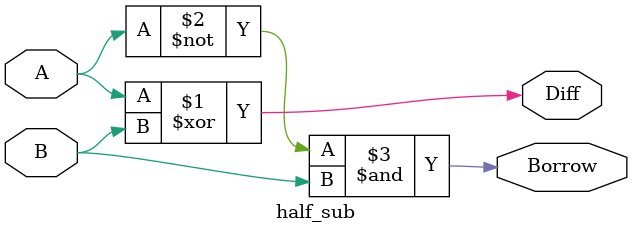
<source format=v>
module half_sub (
// Declare inputs
input wire A,
input wire B,
// Declare outputs
output wire Diff,
output wire Borrow
);

assign Diff = A ^ B;

assign Borrow = (~A) & B;
    
endmodule
</source>
